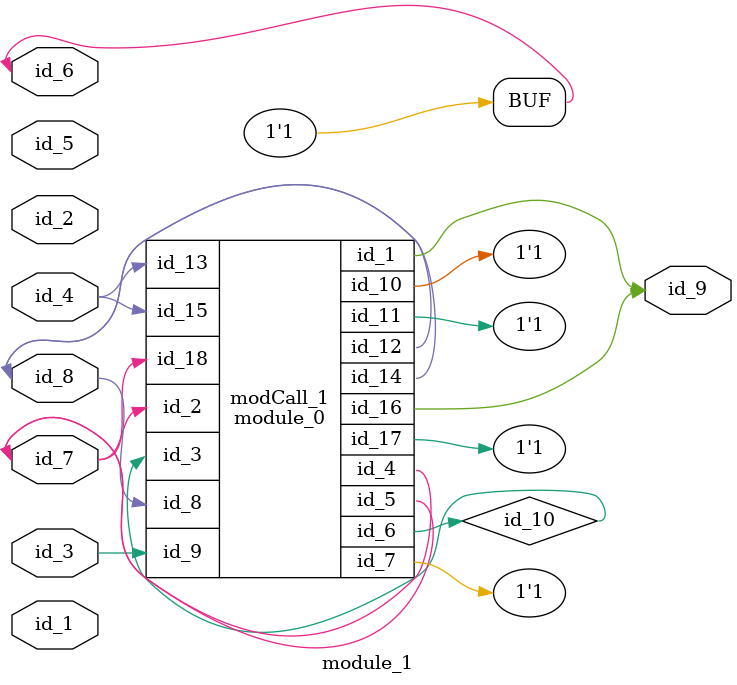
<source format=v>
module module_0 (
    id_1,
    id_2,
    id_3,
    id_4,
    id_5,
    id_6,
    id_7,
    id_8,
    id_9,
    id_10,
    id_11,
    id_12,
    id_13,
    id_14,
    id_15,
    id_16,
    id_17,
    id_18
);
  input wire id_18;
  inout wire id_17;
  output wire id_16;
  input wire id_15;
  inout wire id_14;
  input wire id_13;
  output wire id_12;
  inout wire id_11;
  inout wire id_10;
  input wire id_9;
  input wire id_8;
  output wire id_7;
  inout wire id_6;
  output wire id_5;
  inout wire id_4;
  input wire id_3;
  input wire id_2;
  output wire id_1;
  wire id_19, id_20;
endmodule
module module_1 (
    id_1,
    id_2,
    id_3,
    id_4,
    id_5,
    id_6,
    id_7,
    id_8,
    id_9
);
  output wire id_9;
  inout wire id_8;
  inout wire id_7;
  inout wire id_6;
  input wire id_5;
  input wire id_4;
  input wire id_3;
  input wire id_2;
  input wire id_1;
  wire id_10;
  always id_6 <= -1;
  parameter id_11 = -1;
  always id_6 = 1;
  module_0 modCall_1 (
      id_9,
      id_7,
      id_10,
      id_7,
      id_7,
      id_10,
      id_11,
      id_8,
      id_3,
      id_11,
      id_11,
      id_8,
      id_4,
      id_8,
      id_4,
      id_9,
      id_11,
      id_7
  );
endmodule

</source>
